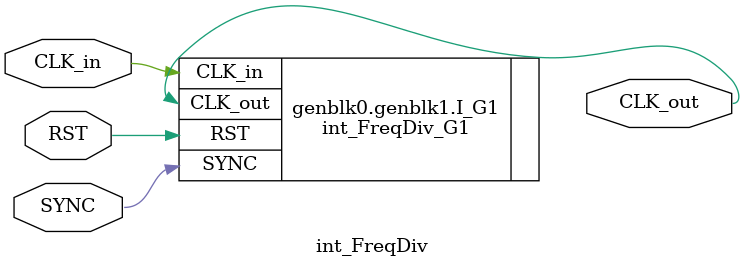
<source format=v>
/***********************************************
Module Name:   int_FreqDiv
Feature:       Integer frequency division
               Coder:         Garfield
Organization:  XXXX Group, Department of Architecture
------------------------------------------------------
Input ports:   CLK_in, 1bit clock
               RST, 1 bit, reset
               SYNC, 1 bit, synchronization flag,
                     CLK_out forced a positive edge after it's posedge
Output Ports:  CLK_out, Divided Clock
------------------------------------------------------
History:
02-05-2016: First Version by Garfield
02-05-2016: First verified by int_FreqDiv_test  ISE/Modelsim
***********************************************/
module  int_FreqDiv #(parameter DIV = 2)
//DIV: factor for frequency division
 ( 
    input CLK_in, RST, SYNC,
    output CLK_out
  );
//Definition for Variables in the module

//Load other module(s)
generate
begin
    if ( DIV <= 1)
    //No division at all
    begin
        assign CLK_out = RST && CLK_in;
    end
    else
    begin
        int_FreqDiv_G1 #(.DIV(DIV)) I_G1(.CLK_in(CLK_in), .RST(RST), .SYNC(SYNC), .CLK_out(CLK_out));
    end
end
endgenerate

//Logic   
endmodule
</source>
